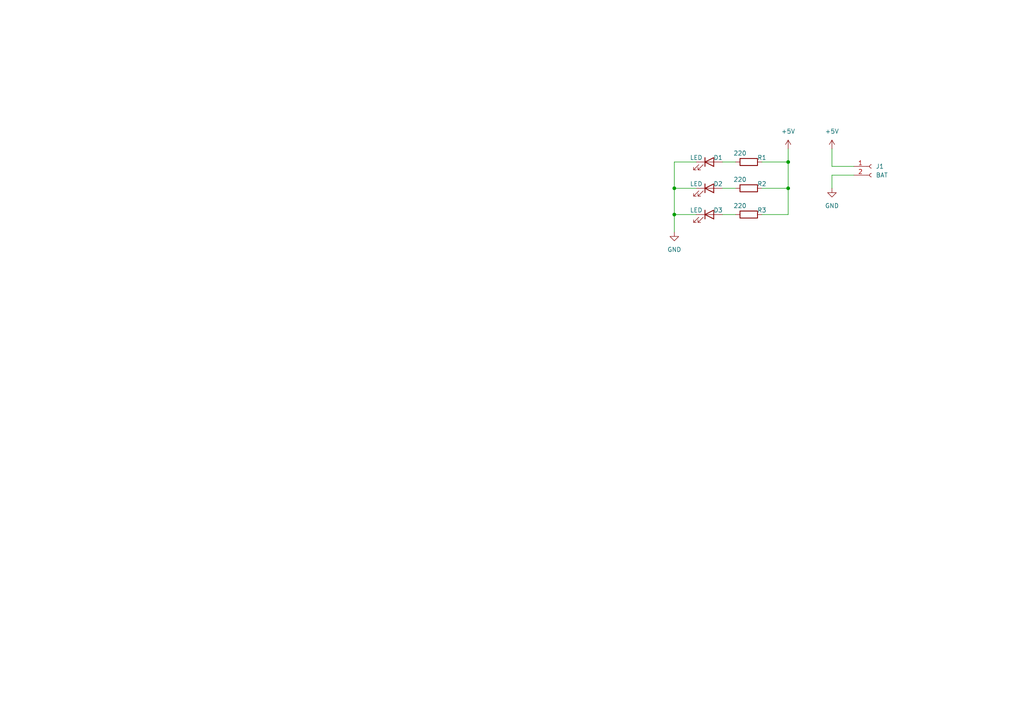
<source format=kicad_sch>
(kicad_sch (version 20211123) (generator eeschema)
  (paper "A4")
  (lib_symbols
    (symbol "Connector:Conn_01x02_Female" (pin_names (offset 1.016) hide)
      (property "Reference" "J" (at 0 2.54 0))
      (property "Value" "Conn_01x02_Female" (at 0 -5.08 0))
      (symbol "Conn_01x02_Female_1_1"
        (arc (start 0 -2.032) (mid -0.508 -2.54) (end 0 -3.048) (stroke (width 0.1524)))
        (polyline (pts (xy -1.27 -2.54) (xy -0.508 -2.54)) (stroke (width 0.1524)))
        (polyline (pts (xy -1.27 0) (xy -0.508 0)) (stroke (width 0.1524)))
        (arc (start 0 0.508) (mid -0.508 0) (end 0 -0.508) (stroke (width 0.1524)))
        (pin passive line (at -5.08 0 0) (length 3.81) (name "Pin_1") (number "1"))
        (pin passive line (at -5.08 -2.54 0) (length 3.81) (name "Pin_2") (number "2"))
      )
    )
    (symbol "Device:LED" (pin_numbers hide) (pin_names (offset 1.016) hide)
      (property "Reference" "D" (at 0 2.54 0))
      (property "Value" "LED" (at 0 -2.54 0))
      (symbol "LED_0_1"
        (polyline (pts (xy -1.27 -1.27) (xy -1.27 1.27)) (stroke (width 0.254)))
        (polyline (pts (xy -1.27 0) (xy 1.27 0)))
        (polyline (pts (xy 1.27 -1.27) (xy 1.27 1.27) (xy -1.27 0) (xy 1.27 -1.27)) (stroke (width 0.254)))
        (polyline (pts (xy -3.048 -0.762) (xy -4.572 -2.286) (xy -3.81 -2.286) (xy -4.572 -2.286) (xy -4.572 -1.524)))
        (polyline (pts (xy -1.778 -0.762) (xy -3.302 -2.286) (xy -2.54 -2.286) (xy -3.302 -2.286) (xy -3.302 -1.524)))
      )
      (symbol "LED_1_1"
        (pin passive line (at -3.81 0 0) (length 2.54) (name "K") (number "1"))
        (pin passive line (at 3.81 0 180) (length 2.54) (name "A") (number "2"))
      )
    )
    (symbol "Device:R" (pin_numbers hide) (pin_names (offset 0))
      (property "Reference" "R" (at 2.032 0 90))
      (property "Value" "R" (at 0 0 90))
      (symbol "R_0_1"
        (rectangle (start -1.016 -2.54) (end 1.016 2.54) (stroke (width 0.254)))
      )
      (symbol "R_1_1"
        (pin passive line (at 0 3.81 270) (length 1.27) (name "~") (number "1"))
        (pin passive line (at 0 -3.81 90) (length 1.27) (name "~") (number "2"))
      )
    )
    (symbol "power:+5V" (power) (pin_names (offset 0))
      (property "Value" "+5V" (at 0 3.556 0))
      (symbol "+5V_0_1"
        (polyline (pts (xy -0.762 1.27) (xy 0 2.54)))
        (polyline (pts (xy 0 0) (xy 0 2.54)))
        (polyline (pts (xy 0 2.54) (xy 0.762 1.27)))
      )
      (symbol "+5V_1_1"
        (pin power_in line (at 0 0 90) (length 0) hide (name "+5V") (number "1"))
      )
    )
    (symbol "power:GND" (power) (pin_names (offset 0))
      (property "Value" "GND" (at 0 -3.81 0))
      (symbol "GND_0_1"
        (polyline (pts (xy 0 0) (xy 0 -1.27) (xy 1.27 -1.27) (xy 0 -2.54) (xy -1.27 -1.27) (xy 0 -1.27)))
      )
      (symbol "GND_1_1"
        (pin power_in line (at 0 0 270) (length 0) hide (name "GND") (number "1"))
      )
    )
  )
  (junction (at 228.6 46.99))
  (junction (at 228.6 54.61))
  (junction (at 195.58 54.61))
  (junction (at 195.58 62.23))
  (wire (pts (xy 209.55 62.23) (xy 213.36 62.23)))
  (wire (pts (xy 195.58 62.23) (xy 201.93 62.23)))
  (wire (pts (xy 195.58 54.61) (xy 195.58 62.23)))
  (wire (pts (xy 241.3 48.26) (xy 241.3 43.18)))
  (wire (pts (xy 228.6 54.61) (xy 228.6 46.99)))
  (wire (pts (xy 195.58 46.99) (xy 195.58 54.61)))
  (wire (pts (xy 247.65 50.8) (xy 241.3 50.8)))
  (wire (pts (xy 241.3 50.8) (xy 241.3 54.61)))
  (wire (pts (xy 228.6 46.99) (xy 228.6 43.18)))
  (wire (pts (xy 201.93 46.99) (xy 195.58 46.99)))
  (wire (pts (xy 220.98 54.61) (xy 228.6 54.61)))
  (wire (pts (xy 247.65 48.26) (xy 241.3 48.26)))
  (wire (pts (xy 228.6 62.23) (xy 228.6 54.61)))
  (wire (pts (xy 209.55 54.61) (xy 213.36 54.61)))
  (wire (pts (xy 195.58 54.61) (xy 201.93 54.61)))
  (wire (pts (xy 195.58 62.23) (xy 195.58 67.31)))
  (wire (pts (xy 209.55 46.99) (xy 213.36 46.99)))
  (wire (pts (xy 220.98 62.23) (xy 228.6 62.23)))
  (wire (pts (xy 220.98 46.99) (xy 228.6 46.99)))
  (symbol (lib_id "Device:R") (at 217.17 54.61 90) (unit 1)
    (property "Reference" "R2" (at 220.98 53.34 90))
    (property "Value" "220" (at 214.63 52.07 90))
    (property "Footprint" "Resistor_THT:R_Axial_DIN0207_L6.3mm_D2.5mm_P7.62mm_Horizontal" (effects hide))
  )
  (symbol (lib_id "Device:R") (at 217.17 62.23 90) (unit 1)
    (property "Reference" "R3" (at 220.98 60.96 90))
    (property "Value" "220" (at 214.63 59.69 90))
    (property "Footprint" "Resistor_THT:R_Axial_DIN0207_L6.3mm_D2.5mm_P7.62mm_Horizontal" (effects hide))
  )
  (symbol (lib_id "power:+5V") (at 228.6 43.18 0) (unit 1)
    (property "Reference" "#PWR02" (effects hide))
    (property "Value" "+5V" (at 228.6 38.1 0))
  )
  (symbol (lib_id "Device:LED") (at 205.74 54.61 0) (unit 1)
    (property "Reference" "D2" (at 208.28 53.34 0))
    (property "Value" "LED" (at 201.93 53.34 0))
    (property "Footprint" "LED_THT:LED_D5.0mm" (effects hide))
  )
  (symbol (lib_id "power:GND") (at 195.58 67.31 0) (unit 1)
    (property "Reference" "#PWR01" (effects hide))
    (property "Value" "GND" (at 195.58 72.39 0))
  )
  (symbol (lib_id "Connector:Conn_01x02_Female") (at 252.73 48.26 0) (unit 1)
    (property "Reference" "J1" (at 254 48.2599 0) (effects (justify left)))
    (property "Value" "BAT" (at 254 50.7999 0) (effects (justify left)))
    (property "Footprint" "Connector_Molex:Molex_SPOX_5267-02A_1x02_P2.50mm_Vertical" (effects hide))
  )
  (symbol (lib_id "Device:R") (at 217.17 46.99 270) (unit 1)
    (property "Reference" "R1" (at 220.98 45.72 90))
    (property "Value" "220" (at 214.63 44.45 90))
    (property "Footprint" "Resistor_THT:R_Axial_DIN0207_L6.3mm_D2.5mm_P7.62mm_Horizontal" (effects hide))
  )
  (symbol (lib_id "Device:LED") (at 205.74 62.23 0) (unit 1)
    (property "Reference" "D3" (at 208.28 60.96 0))
    (property "Value" "LED" (at 201.93 60.96 0))
    (property "Footprint" "LED_THT:LED_D5.0mm" (effects hide))
  )
  (symbol (lib_id "Device:LED") (at 205.74 46.99 0) (unit 1)
    (property "Reference" "D1" (at 208.28 45.72 0))
    (property "Value" "LED" (at 201.93 45.72 0))
    (property "Footprint" "LED_THT:LED_D5.0mm" (effects hide))
  )
  (symbol (lib_id "power:+5V") (at 241.3 43.18 0) (unit 1)
    (property "Reference" "#PWR03" (effects hide))
    (property "Value" "+5V" (at 241.3 38.1 0))
  )
  (symbol (lib_id "power:GND") (at 241.3 54.61 0) (unit 1)
    (property "Reference" "#PWR04" (effects hide))
    (property "Value" "GND" (at 241.3 59.69 0))
  )
)
</source>
